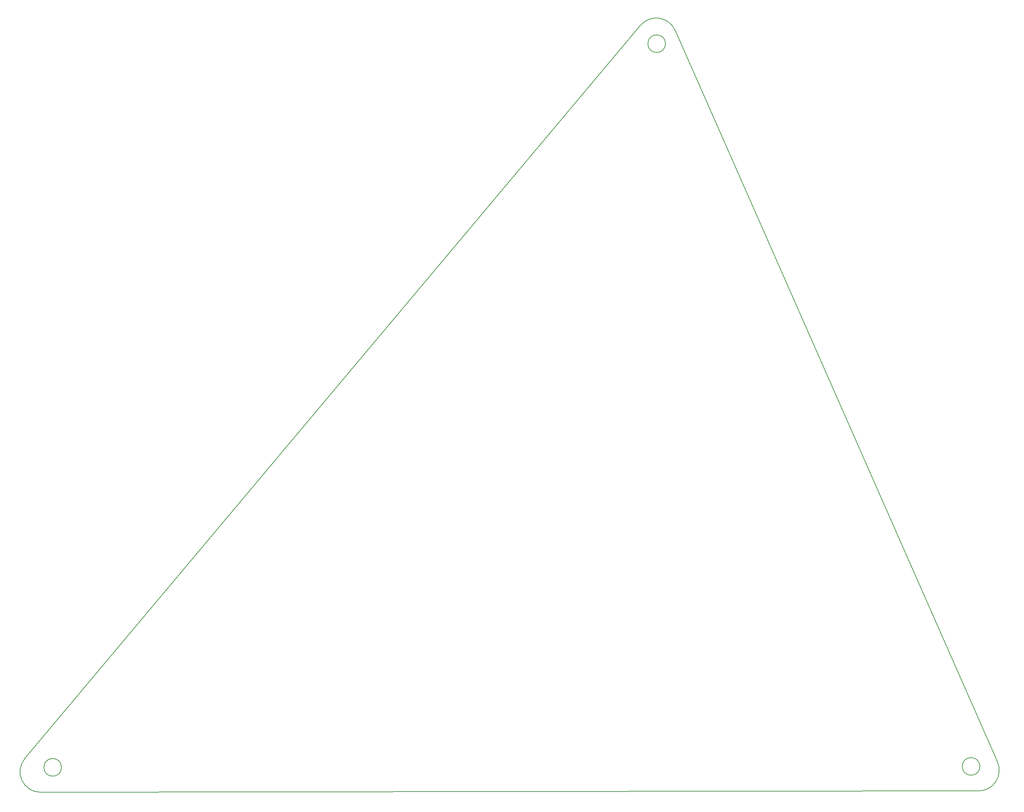
<source format=gbr>
%TF.GenerationSoftware,KiCad,Pcbnew,8.0.0*%
%TF.CreationDate,2024-03-07T18:38:20+01:00*%
%TF.ProjectId,PDU FT24,50445520-4654-4323-942e-6b696361645f,rev?*%
%TF.SameCoordinates,Original*%
%TF.FileFunction,Profile,NP*%
%FSLAX46Y46*%
G04 Gerber Fmt 4.6, Leading zero omitted, Abs format (unit mm)*
G04 Created by KiCad (PCBNEW 8.0.0) date 2024-03-07 18:38:20*
%MOMM*%
%LPD*%
G01*
G04 APERTURE LIST*
%TA.AperFunction,Profile*%
%ADD10C,0.200000*%
%TD*%
G04 APERTURE END LIST*
D10*
X77984499Y-230717989D02*
X306827514Y-230376474D01*
X224344077Y-43505929D02*
X74146815Y-222504056D01*
X77984499Y-230717988D02*
G75*
G02*
X74146801Y-222504044I-7499J4999988D01*
G01*
X307101199Y-224408159D02*
G75*
G02*
X302801197Y-224408159I-2150001J0D01*
G01*
X302801197Y-224408159D02*
G75*
G02*
X307101199Y-224408159I2150001J0D01*
G01*
X311396279Y-223361995D02*
X232750527Y-44705385D01*
X311396278Y-223361995D02*
G75*
G02*
X306827514Y-230376470I-4576268J-2014455D01*
G01*
X230418280Y-47987553D02*
G75*
G02*
X226118280Y-47987553I-2150000J0D01*
G01*
X226118280Y-47987553D02*
G75*
G02*
X230418280Y-47987553I2150000J0D01*
G01*
X83101317Y-224640357D02*
G75*
G02*
X78801319Y-224640357I-2149999J0D01*
G01*
X78801319Y-224640357D02*
G75*
G02*
X83101317Y-224640357I2149999J0D01*
G01*
X224344078Y-43505930D02*
G75*
G02*
X232750535Y-44705382I3830222J-3213970D01*
G01*
M02*

</source>
